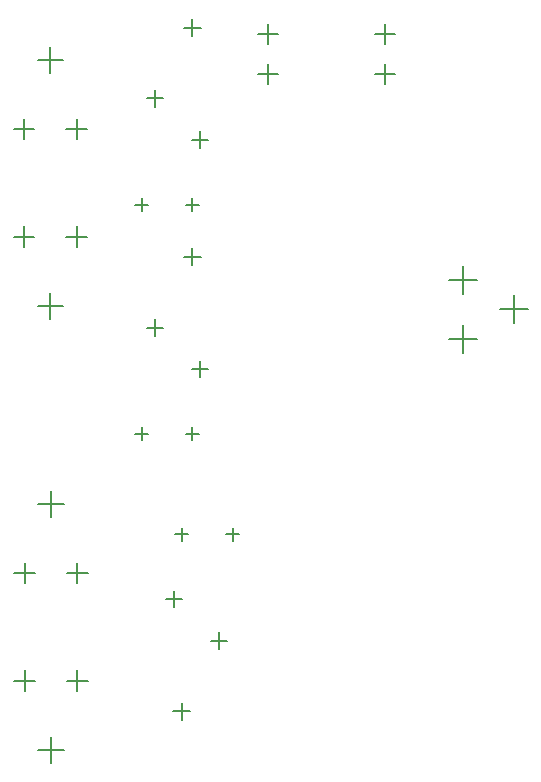
<source format=gbr>
%TF.GenerationSoftware,Altium Limited,Altium Designer,19.1.7 (138)*%
G04 Layer_Color=128*
%FSLAX26Y26*%
%MOIN*%
%TF.FileFunction,Drillmap*%
%TF.Part,Single*%
G01*
G75*
%TA.AperFunction,NonConductor*%
%ADD39C,0.005000*%
D39*
X1685748Y1393465D02*
X1755039D01*
X1720394Y1358819D02*
Y1428110D01*
X1685748Y1034409D02*
X1755039D01*
X1720394Y999764D02*
Y1069055D01*
X1590354Y1624016D02*
X1675394D01*
X1632874Y1581496D02*
Y1666535D01*
X1590354Y803937D02*
X1675394D01*
X1632874Y761417D02*
Y846457D01*
X1510551Y1393465D02*
X1579842D01*
X1545197Y1358819D02*
Y1428110D01*
X1510551Y1034409D02*
X1579842D01*
X1545197Y999764D02*
Y1069055D01*
X2041339Y932087D02*
X2096457D01*
X2068898Y904528D02*
Y959646D01*
X2015748Y1306102D02*
X2070866D01*
X2043307Y1278543D02*
Y1333661D01*
X2165354Y1168307D02*
X2220472D01*
X2192913Y1140748D02*
Y1195866D01*
X2216535Y1522638D02*
X2259843D01*
X2238189Y1500984D02*
Y1544291D01*
X2047244Y1522638D02*
X2090551D01*
X2068898Y1500984D02*
Y1544291D01*
X1508583Y2514110D02*
X1577874D01*
X1543228Y2479464D02*
Y2548755D01*
X1508583Y2873165D02*
X1577874D01*
X1543228Y2838519D02*
Y2907810D01*
X1588386Y2283637D02*
X1673425D01*
X1630906Y2241117D02*
Y2326157D01*
X1588386Y3103716D02*
X1673425D01*
X1630906Y3061196D02*
Y3146235D01*
X1683780Y2514110D02*
X1753071D01*
X1718425Y2479464D02*
Y2548755D01*
X1683780Y2873165D02*
X1753071D01*
X1718425Y2838519D02*
Y2907810D01*
X2959704Y2371063D02*
X3051704D01*
X3005704Y2325063D02*
Y2417063D01*
X3130181Y2272638D02*
X3222181D01*
X3176181Y2226638D02*
Y2318638D01*
X2959704Y2174213D02*
X3051704D01*
X3005704Y2128213D02*
Y2220213D01*
X2082677Y1857377D02*
X2125984D01*
X2104331Y1835724D02*
Y1879031D01*
X1913386Y1857377D02*
X1956693D01*
X1935039Y1835724D02*
Y1879031D01*
X1952756Y2211708D02*
X2007874D01*
X1980315Y2184149D02*
Y2239267D01*
X2102362Y2073913D02*
X2157480D01*
X2129921Y2046354D02*
Y2101472D01*
X2076772Y2447928D02*
X2131890D01*
X2104331Y2420369D02*
Y2475487D01*
X2082677Y2621157D02*
X2125984D01*
X2104331Y2599503D02*
Y2642810D01*
X1913386Y2621157D02*
X1956693D01*
X1935039Y2599503D02*
Y2642810D01*
X1952756Y2975487D02*
X2007874D01*
X1980315Y2947928D02*
Y3003046D01*
X2102362Y2837692D02*
X2157480D01*
X2129921Y2810133D02*
Y2865251D01*
X2076772Y3211708D02*
X2131890D01*
X2104331Y3184149D02*
Y3239267D01*
X2322165Y3190566D02*
X2389094D01*
X2355630Y3157102D02*
Y3224031D01*
X2712717Y3190566D02*
X2779646D01*
X2746181Y3157102D02*
Y3224031D01*
X2322165Y3056708D02*
X2389094D01*
X2355630Y3023243D02*
Y3090172D01*
X2712717Y3056708D02*
X2779646D01*
X2746181Y3023243D02*
Y3090172D01*
%TF.MD5,1260307f7f637580643dc001a9b7d989*%
M02*

</source>
